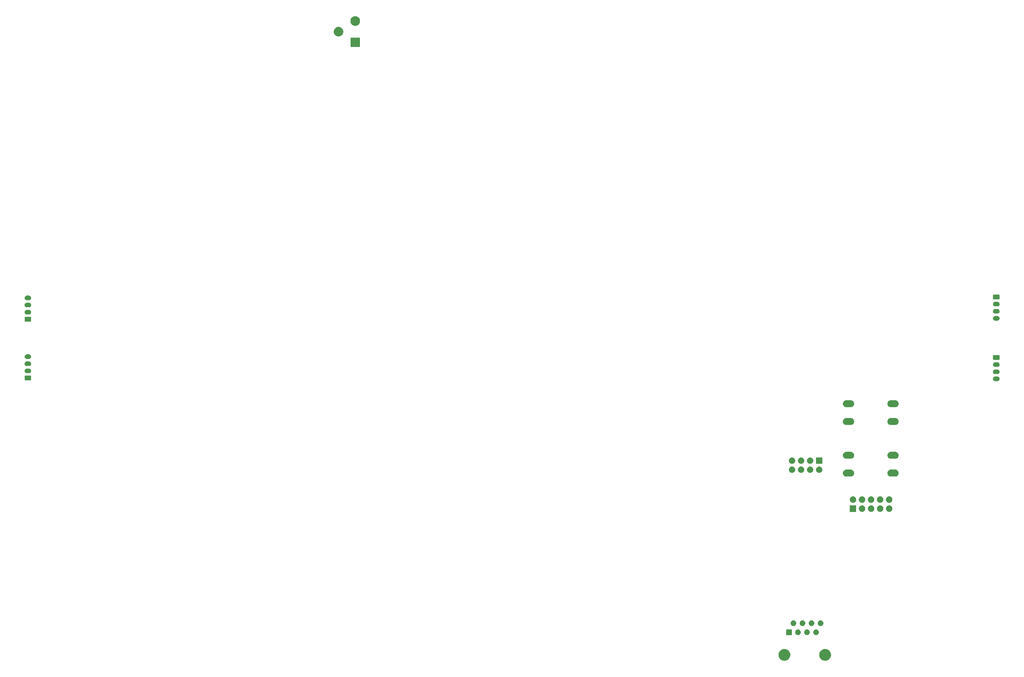
<source format=gbr>
G04 #@! TF.GenerationSoftware,KiCad,Pcbnew,(5.1.4)-1*
G04 #@! TF.CreationDate,2020-09-07T13:25:33+01:00*
G04 #@! TF.ProjectId,led-board,6c65642d-626f-4617-9264-2e6b69636164,rev?*
G04 #@! TF.SameCoordinates,Original*
G04 #@! TF.FileFunction,Soldermask,Bot*
G04 #@! TF.FilePolarity,Negative*
%FSLAX46Y46*%
G04 Gerber Fmt 4.6, Leading zero omitted, Abs format (unit mm)*
G04 Created by KiCad (PCBNEW (5.1.4)-1) date 2020-09-07 13:25:33*
%MOMM*%
%LPD*%
G04 APERTURE LIST*
%ADD10C,0.100000*%
G04 APERTURE END LIST*
D10*
G36*
X300535256Y-232491298D02*
G01*
X300641579Y-232512447D01*
X300942042Y-232636903D01*
X301212451Y-232817585D01*
X301442415Y-233047549D01*
X301623097Y-233317958D01*
X301747553Y-233618421D01*
X301811000Y-233937391D01*
X301811000Y-234262609D01*
X301747553Y-234581579D01*
X301623097Y-234882042D01*
X301442415Y-235152451D01*
X301212451Y-235382415D01*
X300942042Y-235563097D01*
X300641579Y-235687553D01*
X300535256Y-235708702D01*
X300322611Y-235751000D01*
X299997389Y-235751000D01*
X299784744Y-235708702D01*
X299678421Y-235687553D01*
X299377958Y-235563097D01*
X299107549Y-235382415D01*
X298877585Y-235152451D01*
X298696903Y-234882042D01*
X298572447Y-234581579D01*
X298509000Y-234262609D01*
X298509000Y-233937391D01*
X298572447Y-233618421D01*
X298696903Y-233317958D01*
X298877585Y-233047549D01*
X299107549Y-232817585D01*
X299377958Y-232636903D01*
X299678421Y-232512447D01*
X299784744Y-232491298D01*
X299997389Y-232449000D01*
X300322611Y-232449000D01*
X300535256Y-232491298D01*
X300535256Y-232491298D01*
G37*
G36*
X289105256Y-232491298D02*
G01*
X289211579Y-232512447D01*
X289512042Y-232636903D01*
X289782451Y-232817585D01*
X290012415Y-233047549D01*
X290193097Y-233317958D01*
X290317553Y-233618421D01*
X290381000Y-233937391D01*
X290381000Y-234262609D01*
X290317553Y-234581579D01*
X290193097Y-234882042D01*
X290012415Y-235152451D01*
X289782451Y-235382415D01*
X289512042Y-235563097D01*
X289211579Y-235687553D01*
X289105256Y-235708702D01*
X288892611Y-235751000D01*
X288567389Y-235751000D01*
X288354744Y-235708702D01*
X288248421Y-235687553D01*
X287947958Y-235563097D01*
X287677549Y-235382415D01*
X287447585Y-235152451D01*
X287266903Y-234882042D01*
X287142447Y-234581579D01*
X287079000Y-234262609D01*
X287079000Y-233937391D01*
X287142447Y-233618421D01*
X287266903Y-233317958D01*
X287447585Y-233047549D01*
X287677549Y-232817585D01*
X287947958Y-232636903D01*
X288248421Y-232512447D01*
X288354744Y-232491298D01*
X288567389Y-232449000D01*
X288892611Y-232449000D01*
X289105256Y-232491298D01*
X289105256Y-232491298D01*
G37*
G36*
X295313642Y-226979781D02*
G01*
X295459414Y-227040162D01*
X295459416Y-227040163D01*
X295590608Y-227127822D01*
X295702178Y-227239392D01*
X295789837Y-227370584D01*
X295789838Y-227370586D01*
X295850219Y-227516358D01*
X295881000Y-227671107D01*
X295881000Y-227828893D01*
X295850219Y-227983642D01*
X295789838Y-228129414D01*
X295789837Y-228129416D01*
X295702178Y-228260608D01*
X295590608Y-228372178D01*
X295459416Y-228459837D01*
X295459415Y-228459838D01*
X295459414Y-228459838D01*
X295313642Y-228520219D01*
X295158893Y-228551000D01*
X295001107Y-228551000D01*
X294846358Y-228520219D01*
X294700586Y-228459838D01*
X294700585Y-228459838D01*
X294700584Y-228459837D01*
X294569392Y-228372178D01*
X294457822Y-228260608D01*
X294370163Y-228129416D01*
X294370162Y-228129414D01*
X294309781Y-227983642D01*
X294279000Y-227828893D01*
X294279000Y-227671107D01*
X294309781Y-227516358D01*
X294370162Y-227370586D01*
X294370163Y-227370584D01*
X294457822Y-227239392D01*
X294569392Y-227127822D01*
X294700584Y-227040163D01*
X294700586Y-227040162D01*
X294846358Y-226979781D01*
X295001107Y-226949000D01*
X295158893Y-226949000D01*
X295313642Y-226979781D01*
X295313642Y-226979781D01*
G37*
G36*
X297853642Y-226979781D02*
G01*
X297999414Y-227040162D01*
X297999416Y-227040163D01*
X298130608Y-227127822D01*
X298242178Y-227239392D01*
X298329837Y-227370584D01*
X298329838Y-227370586D01*
X298390219Y-227516358D01*
X298421000Y-227671107D01*
X298421000Y-227828893D01*
X298390219Y-227983642D01*
X298329838Y-228129414D01*
X298329837Y-228129416D01*
X298242178Y-228260608D01*
X298130608Y-228372178D01*
X297999416Y-228459837D01*
X297999415Y-228459838D01*
X297999414Y-228459838D01*
X297853642Y-228520219D01*
X297698893Y-228551000D01*
X297541107Y-228551000D01*
X297386358Y-228520219D01*
X297240586Y-228459838D01*
X297240585Y-228459838D01*
X297240584Y-228459837D01*
X297109392Y-228372178D01*
X296997822Y-228260608D01*
X296910163Y-228129416D01*
X296910162Y-228129414D01*
X296849781Y-227983642D01*
X296819000Y-227828893D01*
X296819000Y-227671107D01*
X296849781Y-227516358D01*
X296910162Y-227370586D01*
X296910163Y-227370584D01*
X296997822Y-227239392D01*
X297109392Y-227127822D01*
X297240584Y-227040163D01*
X297240586Y-227040162D01*
X297386358Y-226979781D01*
X297541107Y-226949000D01*
X297698893Y-226949000D01*
X297853642Y-226979781D01*
X297853642Y-226979781D01*
G37*
G36*
X290801000Y-228551000D02*
G01*
X289199000Y-228551000D01*
X289199000Y-226949000D01*
X290801000Y-226949000D01*
X290801000Y-228551000D01*
X290801000Y-228551000D01*
G37*
G36*
X292773642Y-226979781D02*
G01*
X292919414Y-227040162D01*
X292919416Y-227040163D01*
X293050608Y-227127822D01*
X293162178Y-227239392D01*
X293249837Y-227370584D01*
X293249838Y-227370586D01*
X293310219Y-227516358D01*
X293341000Y-227671107D01*
X293341000Y-227828893D01*
X293310219Y-227983642D01*
X293249838Y-228129414D01*
X293249837Y-228129416D01*
X293162178Y-228260608D01*
X293050608Y-228372178D01*
X292919416Y-228459837D01*
X292919415Y-228459838D01*
X292919414Y-228459838D01*
X292773642Y-228520219D01*
X292618893Y-228551000D01*
X292461107Y-228551000D01*
X292306358Y-228520219D01*
X292160586Y-228459838D01*
X292160585Y-228459838D01*
X292160584Y-228459837D01*
X292029392Y-228372178D01*
X291917822Y-228260608D01*
X291830163Y-228129416D01*
X291830162Y-228129414D01*
X291769781Y-227983642D01*
X291739000Y-227828893D01*
X291739000Y-227671107D01*
X291769781Y-227516358D01*
X291830162Y-227370586D01*
X291830163Y-227370584D01*
X291917822Y-227239392D01*
X292029392Y-227127822D01*
X292160584Y-227040163D01*
X292160586Y-227040162D01*
X292306358Y-226979781D01*
X292461107Y-226949000D01*
X292618893Y-226949000D01*
X292773642Y-226979781D01*
X292773642Y-226979781D01*
G37*
G36*
X294043642Y-224439781D02*
G01*
X294189414Y-224500162D01*
X294189416Y-224500163D01*
X294320608Y-224587822D01*
X294432178Y-224699392D01*
X294519837Y-224830584D01*
X294519838Y-224830586D01*
X294580219Y-224976358D01*
X294611000Y-225131107D01*
X294611000Y-225288893D01*
X294580219Y-225443642D01*
X294519838Y-225589414D01*
X294519837Y-225589416D01*
X294432178Y-225720608D01*
X294320608Y-225832178D01*
X294189416Y-225919837D01*
X294189415Y-225919838D01*
X294189414Y-225919838D01*
X294043642Y-225980219D01*
X293888893Y-226011000D01*
X293731107Y-226011000D01*
X293576358Y-225980219D01*
X293430586Y-225919838D01*
X293430585Y-225919838D01*
X293430584Y-225919837D01*
X293299392Y-225832178D01*
X293187822Y-225720608D01*
X293100163Y-225589416D01*
X293100162Y-225589414D01*
X293039781Y-225443642D01*
X293009000Y-225288893D01*
X293009000Y-225131107D01*
X293039781Y-224976358D01*
X293100162Y-224830586D01*
X293100163Y-224830584D01*
X293187822Y-224699392D01*
X293299392Y-224587822D01*
X293430584Y-224500163D01*
X293430586Y-224500162D01*
X293576358Y-224439781D01*
X293731107Y-224409000D01*
X293888893Y-224409000D01*
X294043642Y-224439781D01*
X294043642Y-224439781D01*
G37*
G36*
X299123642Y-224439781D02*
G01*
X299269414Y-224500162D01*
X299269416Y-224500163D01*
X299400608Y-224587822D01*
X299512178Y-224699392D01*
X299599837Y-224830584D01*
X299599838Y-224830586D01*
X299660219Y-224976358D01*
X299691000Y-225131107D01*
X299691000Y-225288893D01*
X299660219Y-225443642D01*
X299599838Y-225589414D01*
X299599837Y-225589416D01*
X299512178Y-225720608D01*
X299400608Y-225832178D01*
X299269416Y-225919837D01*
X299269415Y-225919838D01*
X299269414Y-225919838D01*
X299123642Y-225980219D01*
X298968893Y-226011000D01*
X298811107Y-226011000D01*
X298656358Y-225980219D01*
X298510586Y-225919838D01*
X298510585Y-225919838D01*
X298510584Y-225919837D01*
X298379392Y-225832178D01*
X298267822Y-225720608D01*
X298180163Y-225589416D01*
X298180162Y-225589414D01*
X298119781Y-225443642D01*
X298089000Y-225288893D01*
X298089000Y-225131107D01*
X298119781Y-224976358D01*
X298180162Y-224830586D01*
X298180163Y-224830584D01*
X298267822Y-224699392D01*
X298379392Y-224587822D01*
X298510584Y-224500163D01*
X298510586Y-224500162D01*
X298656358Y-224439781D01*
X298811107Y-224409000D01*
X298968893Y-224409000D01*
X299123642Y-224439781D01*
X299123642Y-224439781D01*
G37*
G36*
X296583642Y-224439781D02*
G01*
X296729414Y-224500162D01*
X296729416Y-224500163D01*
X296860608Y-224587822D01*
X296972178Y-224699392D01*
X297059837Y-224830584D01*
X297059838Y-224830586D01*
X297120219Y-224976358D01*
X297151000Y-225131107D01*
X297151000Y-225288893D01*
X297120219Y-225443642D01*
X297059838Y-225589414D01*
X297059837Y-225589416D01*
X296972178Y-225720608D01*
X296860608Y-225832178D01*
X296729416Y-225919837D01*
X296729415Y-225919838D01*
X296729414Y-225919838D01*
X296583642Y-225980219D01*
X296428893Y-226011000D01*
X296271107Y-226011000D01*
X296116358Y-225980219D01*
X295970586Y-225919838D01*
X295970585Y-225919838D01*
X295970584Y-225919837D01*
X295839392Y-225832178D01*
X295727822Y-225720608D01*
X295640163Y-225589416D01*
X295640162Y-225589414D01*
X295579781Y-225443642D01*
X295549000Y-225288893D01*
X295549000Y-225131107D01*
X295579781Y-224976358D01*
X295640162Y-224830586D01*
X295640163Y-224830584D01*
X295727822Y-224699392D01*
X295839392Y-224587822D01*
X295970584Y-224500163D01*
X295970586Y-224500162D01*
X296116358Y-224439781D01*
X296271107Y-224409000D01*
X296428893Y-224409000D01*
X296583642Y-224439781D01*
X296583642Y-224439781D01*
G37*
G36*
X291503642Y-224439781D02*
G01*
X291649414Y-224500162D01*
X291649416Y-224500163D01*
X291780608Y-224587822D01*
X291892178Y-224699392D01*
X291979837Y-224830584D01*
X291979838Y-224830586D01*
X292040219Y-224976358D01*
X292071000Y-225131107D01*
X292071000Y-225288893D01*
X292040219Y-225443642D01*
X291979838Y-225589414D01*
X291979837Y-225589416D01*
X291892178Y-225720608D01*
X291780608Y-225832178D01*
X291649416Y-225919837D01*
X291649415Y-225919838D01*
X291649414Y-225919838D01*
X291503642Y-225980219D01*
X291348893Y-226011000D01*
X291191107Y-226011000D01*
X291036358Y-225980219D01*
X290890586Y-225919838D01*
X290890585Y-225919838D01*
X290890584Y-225919837D01*
X290759392Y-225832178D01*
X290647822Y-225720608D01*
X290560163Y-225589416D01*
X290560162Y-225589414D01*
X290499781Y-225443642D01*
X290469000Y-225288893D01*
X290469000Y-225131107D01*
X290499781Y-224976358D01*
X290560162Y-224830586D01*
X290560163Y-224830584D01*
X290647822Y-224699392D01*
X290759392Y-224587822D01*
X290890584Y-224500163D01*
X290890586Y-224500162D01*
X291036358Y-224439781D01*
X291191107Y-224409000D01*
X291348893Y-224409000D01*
X291503642Y-224439781D01*
X291503642Y-224439781D01*
G37*
G36*
X313190443Y-192105519D02*
G01*
X313256627Y-192112037D01*
X313426466Y-192163557D01*
X313582991Y-192247222D01*
X313618729Y-192276552D01*
X313720186Y-192359814D01*
X313803448Y-192461271D01*
X313832778Y-192497009D01*
X313916443Y-192653534D01*
X313967963Y-192823373D01*
X313985359Y-193000000D01*
X313967963Y-193176627D01*
X313916443Y-193346466D01*
X313832778Y-193502991D01*
X313803448Y-193538729D01*
X313720186Y-193640186D01*
X313618729Y-193723448D01*
X313582991Y-193752778D01*
X313426466Y-193836443D01*
X313256627Y-193887963D01*
X313190443Y-193894481D01*
X313124260Y-193901000D01*
X313035740Y-193901000D01*
X312969557Y-193894481D01*
X312903373Y-193887963D01*
X312733534Y-193836443D01*
X312577009Y-193752778D01*
X312541271Y-193723448D01*
X312439814Y-193640186D01*
X312356552Y-193538729D01*
X312327222Y-193502991D01*
X312243557Y-193346466D01*
X312192037Y-193176627D01*
X312174641Y-193000000D01*
X312192037Y-192823373D01*
X312243557Y-192653534D01*
X312327222Y-192497009D01*
X312356552Y-192461271D01*
X312439814Y-192359814D01*
X312541271Y-192276552D01*
X312577009Y-192247222D01*
X312733534Y-192163557D01*
X312903373Y-192112037D01*
X312969557Y-192105519D01*
X313035740Y-192099000D01*
X313124260Y-192099000D01*
X313190443Y-192105519D01*
X313190443Y-192105519D01*
G37*
G36*
X315730443Y-192105519D02*
G01*
X315796627Y-192112037D01*
X315966466Y-192163557D01*
X316122991Y-192247222D01*
X316158729Y-192276552D01*
X316260186Y-192359814D01*
X316343448Y-192461271D01*
X316372778Y-192497009D01*
X316456443Y-192653534D01*
X316507963Y-192823373D01*
X316525359Y-193000000D01*
X316507963Y-193176627D01*
X316456443Y-193346466D01*
X316372778Y-193502991D01*
X316343448Y-193538729D01*
X316260186Y-193640186D01*
X316158729Y-193723448D01*
X316122991Y-193752778D01*
X315966466Y-193836443D01*
X315796627Y-193887963D01*
X315730443Y-193894481D01*
X315664260Y-193901000D01*
X315575740Y-193901000D01*
X315509557Y-193894481D01*
X315443373Y-193887963D01*
X315273534Y-193836443D01*
X315117009Y-193752778D01*
X315081271Y-193723448D01*
X314979814Y-193640186D01*
X314896552Y-193538729D01*
X314867222Y-193502991D01*
X314783557Y-193346466D01*
X314732037Y-193176627D01*
X314714641Y-193000000D01*
X314732037Y-192823373D01*
X314783557Y-192653534D01*
X314867222Y-192497009D01*
X314896552Y-192461271D01*
X314979814Y-192359814D01*
X315081271Y-192276552D01*
X315117009Y-192247222D01*
X315273534Y-192163557D01*
X315443373Y-192112037D01*
X315509557Y-192105519D01*
X315575740Y-192099000D01*
X315664260Y-192099000D01*
X315730443Y-192105519D01*
X315730443Y-192105519D01*
G37*
G36*
X310650443Y-192105519D02*
G01*
X310716627Y-192112037D01*
X310886466Y-192163557D01*
X311042991Y-192247222D01*
X311078729Y-192276552D01*
X311180186Y-192359814D01*
X311263448Y-192461271D01*
X311292778Y-192497009D01*
X311376443Y-192653534D01*
X311427963Y-192823373D01*
X311445359Y-193000000D01*
X311427963Y-193176627D01*
X311376443Y-193346466D01*
X311292778Y-193502991D01*
X311263448Y-193538729D01*
X311180186Y-193640186D01*
X311078729Y-193723448D01*
X311042991Y-193752778D01*
X310886466Y-193836443D01*
X310716627Y-193887963D01*
X310650443Y-193894481D01*
X310584260Y-193901000D01*
X310495740Y-193901000D01*
X310429557Y-193894481D01*
X310363373Y-193887963D01*
X310193534Y-193836443D01*
X310037009Y-193752778D01*
X310001271Y-193723448D01*
X309899814Y-193640186D01*
X309816552Y-193538729D01*
X309787222Y-193502991D01*
X309703557Y-193346466D01*
X309652037Y-193176627D01*
X309634641Y-193000000D01*
X309652037Y-192823373D01*
X309703557Y-192653534D01*
X309787222Y-192497009D01*
X309816552Y-192461271D01*
X309899814Y-192359814D01*
X310001271Y-192276552D01*
X310037009Y-192247222D01*
X310193534Y-192163557D01*
X310363373Y-192112037D01*
X310429557Y-192105519D01*
X310495740Y-192099000D01*
X310584260Y-192099000D01*
X310650443Y-192105519D01*
X310650443Y-192105519D01*
G37*
G36*
X308901000Y-193901000D02*
G01*
X307099000Y-193901000D01*
X307099000Y-192099000D01*
X308901000Y-192099000D01*
X308901000Y-193901000D01*
X308901000Y-193901000D01*
G37*
G36*
X318270443Y-192105519D02*
G01*
X318336627Y-192112037D01*
X318506466Y-192163557D01*
X318662991Y-192247222D01*
X318698729Y-192276552D01*
X318800186Y-192359814D01*
X318883448Y-192461271D01*
X318912778Y-192497009D01*
X318996443Y-192653534D01*
X319047963Y-192823373D01*
X319065359Y-193000000D01*
X319047963Y-193176627D01*
X318996443Y-193346466D01*
X318912778Y-193502991D01*
X318883448Y-193538729D01*
X318800186Y-193640186D01*
X318698729Y-193723448D01*
X318662991Y-193752778D01*
X318506466Y-193836443D01*
X318336627Y-193887963D01*
X318270443Y-193894481D01*
X318204260Y-193901000D01*
X318115740Y-193901000D01*
X318049557Y-193894481D01*
X317983373Y-193887963D01*
X317813534Y-193836443D01*
X317657009Y-193752778D01*
X317621271Y-193723448D01*
X317519814Y-193640186D01*
X317436552Y-193538729D01*
X317407222Y-193502991D01*
X317323557Y-193346466D01*
X317272037Y-193176627D01*
X317254641Y-193000000D01*
X317272037Y-192823373D01*
X317323557Y-192653534D01*
X317407222Y-192497009D01*
X317436552Y-192461271D01*
X317519814Y-192359814D01*
X317621271Y-192276552D01*
X317657009Y-192247222D01*
X317813534Y-192163557D01*
X317983373Y-192112037D01*
X318049557Y-192105519D01*
X318115740Y-192099000D01*
X318204260Y-192099000D01*
X318270443Y-192105519D01*
X318270443Y-192105519D01*
G37*
G36*
X318270443Y-189565519D02*
G01*
X318336627Y-189572037D01*
X318506466Y-189623557D01*
X318662991Y-189707222D01*
X318698729Y-189736552D01*
X318800186Y-189819814D01*
X318883448Y-189921271D01*
X318912778Y-189957009D01*
X318996443Y-190113534D01*
X319047963Y-190283373D01*
X319065359Y-190460000D01*
X319047963Y-190636627D01*
X318996443Y-190806466D01*
X318912778Y-190962991D01*
X318883448Y-190998729D01*
X318800186Y-191100186D01*
X318698729Y-191183448D01*
X318662991Y-191212778D01*
X318506466Y-191296443D01*
X318336627Y-191347963D01*
X318270443Y-191354481D01*
X318204260Y-191361000D01*
X318115740Y-191361000D01*
X318049557Y-191354481D01*
X317983373Y-191347963D01*
X317813534Y-191296443D01*
X317657009Y-191212778D01*
X317621271Y-191183448D01*
X317519814Y-191100186D01*
X317436552Y-190998729D01*
X317407222Y-190962991D01*
X317323557Y-190806466D01*
X317272037Y-190636627D01*
X317254641Y-190460000D01*
X317272037Y-190283373D01*
X317323557Y-190113534D01*
X317407222Y-189957009D01*
X317436552Y-189921271D01*
X317519814Y-189819814D01*
X317621271Y-189736552D01*
X317657009Y-189707222D01*
X317813534Y-189623557D01*
X317983373Y-189572037D01*
X318049558Y-189565518D01*
X318115740Y-189559000D01*
X318204260Y-189559000D01*
X318270443Y-189565519D01*
X318270443Y-189565519D01*
G37*
G36*
X315730443Y-189565519D02*
G01*
X315796627Y-189572037D01*
X315966466Y-189623557D01*
X316122991Y-189707222D01*
X316158729Y-189736552D01*
X316260186Y-189819814D01*
X316343448Y-189921271D01*
X316372778Y-189957009D01*
X316456443Y-190113534D01*
X316507963Y-190283373D01*
X316525359Y-190460000D01*
X316507963Y-190636627D01*
X316456443Y-190806466D01*
X316372778Y-190962991D01*
X316343448Y-190998729D01*
X316260186Y-191100186D01*
X316158729Y-191183448D01*
X316122991Y-191212778D01*
X315966466Y-191296443D01*
X315796627Y-191347963D01*
X315730443Y-191354481D01*
X315664260Y-191361000D01*
X315575740Y-191361000D01*
X315509557Y-191354481D01*
X315443373Y-191347963D01*
X315273534Y-191296443D01*
X315117009Y-191212778D01*
X315081271Y-191183448D01*
X314979814Y-191100186D01*
X314896552Y-190998729D01*
X314867222Y-190962991D01*
X314783557Y-190806466D01*
X314732037Y-190636627D01*
X314714641Y-190460000D01*
X314732037Y-190283373D01*
X314783557Y-190113534D01*
X314867222Y-189957009D01*
X314896552Y-189921271D01*
X314979814Y-189819814D01*
X315081271Y-189736552D01*
X315117009Y-189707222D01*
X315273534Y-189623557D01*
X315443373Y-189572037D01*
X315509558Y-189565518D01*
X315575740Y-189559000D01*
X315664260Y-189559000D01*
X315730443Y-189565519D01*
X315730443Y-189565519D01*
G37*
G36*
X313190443Y-189565519D02*
G01*
X313256627Y-189572037D01*
X313426466Y-189623557D01*
X313582991Y-189707222D01*
X313618729Y-189736552D01*
X313720186Y-189819814D01*
X313803448Y-189921271D01*
X313832778Y-189957009D01*
X313916443Y-190113534D01*
X313967963Y-190283373D01*
X313985359Y-190460000D01*
X313967963Y-190636627D01*
X313916443Y-190806466D01*
X313832778Y-190962991D01*
X313803448Y-190998729D01*
X313720186Y-191100186D01*
X313618729Y-191183448D01*
X313582991Y-191212778D01*
X313426466Y-191296443D01*
X313256627Y-191347963D01*
X313190443Y-191354481D01*
X313124260Y-191361000D01*
X313035740Y-191361000D01*
X312969557Y-191354481D01*
X312903373Y-191347963D01*
X312733534Y-191296443D01*
X312577009Y-191212778D01*
X312541271Y-191183448D01*
X312439814Y-191100186D01*
X312356552Y-190998729D01*
X312327222Y-190962991D01*
X312243557Y-190806466D01*
X312192037Y-190636627D01*
X312174641Y-190460000D01*
X312192037Y-190283373D01*
X312243557Y-190113534D01*
X312327222Y-189957009D01*
X312356552Y-189921271D01*
X312439814Y-189819814D01*
X312541271Y-189736552D01*
X312577009Y-189707222D01*
X312733534Y-189623557D01*
X312903373Y-189572037D01*
X312969558Y-189565518D01*
X313035740Y-189559000D01*
X313124260Y-189559000D01*
X313190443Y-189565519D01*
X313190443Y-189565519D01*
G37*
G36*
X310650443Y-189565519D02*
G01*
X310716627Y-189572037D01*
X310886466Y-189623557D01*
X311042991Y-189707222D01*
X311078729Y-189736552D01*
X311180186Y-189819814D01*
X311263448Y-189921271D01*
X311292778Y-189957009D01*
X311376443Y-190113534D01*
X311427963Y-190283373D01*
X311445359Y-190460000D01*
X311427963Y-190636627D01*
X311376443Y-190806466D01*
X311292778Y-190962991D01*
X311263448Y-190998729D01*
X311180186Y-191100186D01*
X311078729Y-191183448D01*
X311042991Y-191212778D01*
X310886466Y-191296443D01*
X310716627Y-191347963D01*
X310650443Y-191354481D01*
X310584260Y-191361000D01*
X310495740Y-191361000D01*
X310429557Y-191354481D01*
X310363373Y-191347963D01*
X310193534Y-191296443D01*
X310037009Y-191212778D01*
X310001271Y-191183448D01*
X309899814Y-191100186D01*
X309816552Y-190998729D01*
X309787222Y-190962991D01*
X309703557Y-190806466D01*
X309652037Y-190636627D01*
X309634641Y-190460000D01*
X309652037Y-190283373D01*
X309703557Y-190113534D01*
X309787222Y-189957009D01*
X309816552Y-189921271D01*
X309899814Y-189819814D01*
X310001271Y-189736552D01*
X310037009Y-189707222D01*
X310193534Y-189623557D01*
X310363373Y-189572037D01*
X310429558Y-189565518D01*
X310495740Y-189559000D01*
X310584260Y-189559000D01*
X310650443Y-189565519D01*
X310650443Y-189565519D01*
G37*
G36*
X308110443Y-189565519D02*
G01*
X308176627Y-189572037D01*
X308346466Y-189623557D01*
X308502991Y-189707222D01*
X308538729Y-189736552D01*
X308640186Y-189819814D01*
X308723448Y-189921271D01*
X308752778Y-189957009D01*
X308836443Y-190113534D01*
X308887963Y-190283373D01*
X308905359Y-190460000D01*
X308887963Y-190636627D01*
X308836443Y-190806466D01*
X308752778Y-190962991D01*
X308723448Y-190998729D01*
X308640186Y-191100186D01*
X308538729Y-191183448D01*
X308502991Y-191212778D01*
X308346466Y-191296443D01*
X308176627Y-191347963D01*
X308110443Y-191354481D01*
X308044260Y-191361000D01*
X307955740Y-191361000D01*
X307889557Y-191354481D01*
X307823373Y-191347963D01*
X307653534Y-191296443D01*
X307497009Y-191212778D01*
X307461271Y-191183448D01*
X307359814Y-191100186D01*
X307276552Y-190998729D01*
X307247222Y-190962991D01*
X307163557Y-190806466D01*
X307112037Y-190636627D01*
X307094641Y-190460000D01*
X307112037Y-190283373D01*
X307163557Y-190113534D01*
X307247222Y-189957009D01*
X307276552Y-189921271D01*
X307359814Y-189819814D01*
X307461271Y-189736552D01*
X307497009Y-189707222D01*
X307653534Y-189623557D01*
X307823373Y-189572037D01*
X307889558Y-189565518D01*
X307955740Y-189559000D01*
X308044260Y-189559000D01*
X308110443Y-189565519D01*
X308110443Y-189565519D01*
G37*
G36*
X307444739Y-182028707D02*
G01*
X307540329Y-182038122D01*
X307724306Y-182093931D01*
X307724309Y-182093932D01*
X307814225Y-182141994D01*
X307893860Y-182184559D01*
X307932932Y-182216625D01*
X308042476Y-182306524D01*
X308108083Y-182386468D01*
X308164441Y-182455140D01*
X308207006Y-182534775D01*
X308255068Y-182624691D01*
X308255069Y-182624694D01*
X308310878Y-182808671D01*
X308329722Y-183000000D01*
X308310878Y-183191329D01*
X308255069Y-183375306D01*
X308255068Y-183375309D01*
X308207006Y-183465225D01*
X308164441Y-183544860D01*
X308126546Y-183591035D01*
X308042476Y-183693476D01*
X307940035Y-183777546D01*
X307893860Y-183815441D01*
X307814225Y-183858006D01*
X307724309Y-183906068D01*
X307724306Y-183906069D01*
X307540329Y-183961878D01*
X307444739Y-183971293D01*
X307396945Y-183976000D01*
X306103055Y-183976000D01*
X306055261Y-183971293D01*
X305959671Y-183961878D01*
X305775694Y-183906069D01*
X305775691Y-183906068D01*
X305685775Y-183858006D01*
X305606140Y-183815441D01*
X305559965Y-183777546D01*
X305457524Y-183693476D01*
X305373454Y-183591035D01*
X305335559Y-183544860D01*
X305292994Y-183465225D01*
X305244932Y-183375309D01*
X305244931Y-183375306D01*
X305189122Y-183191329D01*
X305170278Y-183000000D01*
X305189122Y-182808671D01*
X305244931Y-182624694D01*
X305244932Y-182624691D01*
X305292994Y-182534775D01*
X305335559Y-182455140D01*
X305391917Y-182386468D01*
X305457524Y-182306524D01*
X305567068Y-182216625D01*
X305606140Y-182184559D01*
X305685775Y-182141994D01*
X305775691Y-182093932D01*
X305775694Y-182093931D01*
X305959671Y-182038122D01*
X306055261Y-182028707D01*
X306103055Y-182024000D01*
X307396945Y-182024000D01*
X307444739Y-182028707D01*
X307444739Y-182028707D01*
G37*
G36*
X319944739Y-182028707D02*
G01*
X320040329Y-182038122D01*
X320224306Y-182093931D01*
X320224309Y-182093932D01*
X320314225Y-182141994D01*
X320393860Y-182184559D01*
X320432932Y-182216625D01*
X320542476Y-182306524D01*
X320608083Y-182386468D01*
X320664441Y-182455140D01*
X320707006Y-182534775D01*
X320755068Y-182624691D01*
X320755069Y-182624694D01*
X320810878Y-182808671D01*
X320829722Y-183000000D01*
X320810878Y-183191329D01*
X320755069Y-183375306D01*
X320755068Y-183375309D01*
X320707006Y-183465225D01*
X320664441Y-183544860D01*
X320626546Y-183591035D01*
X320542476Y-183693476D01*
X320440035Y-183777546D01*
X320393860Y-183815441D01*
X320314225Y-183858006D01*
X320224309Y-183906068D01*
X320224306Y-183906069D01*
X320040329Y-183961878D01*
X319944739Y-183971293D01*
X319896945Y-183976000D01*
X318603055Y-183976000D01*
X318555261Y-183971293D01*
X318459671Y-183961878D01*
X318275694Y-183906069D01*
X318275691Y-183906068D01*
X318185775Y-183858006D01*
X318106140Y-183815441D01*
X318059965Y-183777546D01*
X317957524Y-183693476D01*
X317873454Y-183591035D01*
X317835559Y-183544860D01*
X317792994Y-183465225D01*
X317744932Y-183375309D01*
X317744931Y-183375306D01*
X317689122Y-183191329D01*
X317670278Y-183000000D01*
X317689122Y-182808671D01*
X317744931Y-182624694D01*
X317744932Y-182624691D01*
X317792994Y-182534775D01*
X317835559Y-182455140D01*
X317891917Y-182386468D01*
X317957524Y-182306524D01*
X318067068Y-182216625D01*
X318106140Y-182184559D01*
X318185775Y-182141994D01*
X318275691Y-182093932D01*
X318275694Y-182093931D01*
X318459671Y-182038122D01*
X318555261Y-182028707D01*
X318603055Y-182024000D01*
X319896945Y-182024000D01*
X319944739Y-182028707D01*
X319944739Y-182028707D01*
G37*
G36*
X293530442Y-181145518D02*
G01*
X293596627Y-181152037D01*
X293766466Y-181203557D01*
X293922991Y-181287222D01*
X293958729Y-181316552D01*
X294060186Y-181399814D01*
X294143448Y-181501271D01*
X294172778Y-181537009D01*
X294256443Y-181693534D01*
X294307963Y-181863373D01*
X294325359Y-182040000D01*
X294307963Y-182216627D01*
X294256443Y-182386466D01*
X294172778Y-182542991D01*
X294143448Y-182578729D01*
X294060186Y-182680186D01*
X293958729Y-182763448D01*
X293922991Y-182792778D01*
X293766466Y-182876443D01*
X293596627Y-182927963D01*
X293530443Y-182934481D01*
X293464260Y-182941000D01*
X293375740Y-182941000D01*
X293309558Y-182934482D01*
X293243373Y-182927963D01*
X293073534Y-182876443D01*
X292917009Y-182792778D01*
X292881271Y-182763448D01*
X292779814Y-182680186D01*
X292696552Y-182578729D01*
X292667222Y-182542991D01*
X292583557Y-182386466D01*
X292532037Y-182216627D01*
X292514641Y-182040000D01*
X292532037Y-181863373D01*
X292583557Y-181693534D01*
X292667222Y-181537009D01*
X292696552Y-181501271D01*
X292779814Y-181399814D01*
X292881271Y-181316552D01*
X292917009Y-181287222D01*
X293073534Y-181203557D01*
X293243373Y-181152037D01*
X293309558Y-181145518D01*
X293375740Y-181139000D01*
X293464260Y-181139000D01*
X293530442Y-181145518D01*
X293530442Y-181145518D01*
G37*
G36*
X298610442Y-181145518D02*
G01*
X298676627Y-181152037D01*
X298846466Y-181203557D01*
X299002991Y-181287222D01*
X299038729Y-181316552D01*
X299140186Y-181399814D01*
X299223448Y-181501271D01*
X299252778Y-181537009D01*
X299336443Y-181693534D01*
X299387963Y-181863373D01*
X299405359Y-182040000D01*
X299387963Y-182216627D01*
X299336443Y-182386466D01*
X299252778Y-182542991D01*
X299223448Y-182578729D01*
X299140186Y-182680186D01*
X299038729Y-182763448D01*
X299002991Y-182792778D01*
X298846466Y-182876443D01*
X298676627Y-182927963D01*
X298610443Y-182934481D01*
X298544260Y-182941000D01*
X298455740Y-182941000D01*
X298389558Y-182934482D01*
X298323373Y-182927963D01*
X298153534Y-182876443D01*
X297997009Y-182792778D01*
X297961271Y-182763448D01*
X297859814Y-182680186D01*
X297776552Y-182578729D01*
X297747222Y-182542991D01*
X297663557Y-182386466D01*
X297612037Y-182216627D01*
X297594641Y-182040000D01*
X297612037Y-181863373D01*
X297663557Y-181693534D01*
X297747222Y-181537009D01*
X297776552Y-181501271D01*
X297859814Y-181399814D01*
X297961271Y-181316552D01*
X297997009Y-181287222D01*
X298153534Y-181203557D01*
X298323373Y-181152037D01*
X298389558Y-181145518D01*
X298455740Y-181139000D01*
X298544260Y-181139000D01*
X298610442Y-181145518D01*
X298610442Y-181145518D01*
G37*
G36*
X296070442Y-181145518D02*
G01*
X296136627Y-181152037D01*
X296306466Y-181203557D01*
X296462991Y-181287222D01*
X296498729Y-181316552D01*
X296600186Y-181399814D01*
X296683448Y-181501271D01*
X296712778Y-181537009D01*
X296796443Y-181693534D01*
X296847963Y-181863373D01*
X296865359Y-182040000D01*
X296847963Y-182216627D01*
X296796443Y-182386466D01*
X296712778Y-182542991D01*
X296683448Y-182578729D01*
X296600186Y-182680186D01*
X296498729Y-182763448D01*
X296462991Y-182792778D01*
X296306466Y-182876443D01*
X296136627Y-182927963D01*
X296070443Y-182934481D01*
X296004260Y-182941000D01*
X295915740Y-182941000D01*
X295849558Y-182934482D01*
X295783373Y-182927963D01*
X295613534Y-182876443D01*
X295457009Y-182792778D01*
X295421271Y-182763448D01*
X295319814Y-182680186D01*
X295236552Y-182578729D01*
X295207222Y-182542991D01*
X295123557Y-182386466D01*
X295072037Y-182216627D01*
X295054641Y-182040000D01*
X295072037Y-181863373D01*
X295123557Y-181693534D01*
X295207222Y-181537009D01*
X295236552Y-181501271D01*
X295319814Y-181399814D01*
X295421271Y-181316552D01*
X295457009Y-181287222D01*
X295613534Y-181203557D01*
X295783373Y-181152037D01*
X295849558Y-181145518D01*
X295915740Y-181139000D01*
X296004260Y-181139000D01*
X296070442Y-181145518D01*
X296070442Y-181145518D01*
G37*
G36*
X290990442Y-181145518D02*
G01*
X291056627Y-181152037D01*
X291226466Y-181203557D01*
X291382991Y-181287222D01*
X291418729Y-181316552D01*
X291520186Y-181399814D01*
X291603448Y-181501271D01*
X291632778Y-181537009D01*
X291716443Y-181693534D01*
X291767963Y-181863373D01*
X291785359Y-182040000D01*
X291767963Y-182216627D01*
X291716443Y-182386466D01*
X291632778Y-182542991D01*
X291603448Y-182578729D01*
X291520186Y-182680186D01*
X291418729Y-182763448D01*
X291382991Y-182792778D01*
X291226466Y-182876443D01*
X291056627Y-182927963D01*
X290990443Y-182934481D01*
X290924260Y-182941000D01*
X290835740Y-182941000D01*
X290769558Y-182934482D01*
X290703373Y-182927963D01*
X290533534Y-182876443D01*
X290377009Y-182792778D01*
X290341271Y-182763448D01*
X290239814Y-182680186D01*
X290156552Y-182578729D01*
X290127222Y-182542991D01*
X290043557Y-182386466D01*
X289992037Y-182216627D01*
X289974641Y-182040000D01*
X289992037Y-181863373D01*
X290043557Y-181693534D01*
X290127222Y-181537009D01*
X290156552Y-181501271D01*
X290239814Y-181399814D01*
X290341271Y-181316552D01*
X290377009Y-181287222D01*
X290533534Y-181203557D01*
X290703373Y-181152037D01*
X290769558Y-181145518D01*
X290835740Y-181139000D01*
X290924260Y-181139000D01*
X290990442Y-181145518D01*
X290990442Y-181145518D01*
G37*
G36*
X290990443Y-178605519D02*
G01*
X291056627Y-178612037D01*
X291226466Y-178663557D01*
X291382991Y-178747222D01*
X291418729Y-178776552D01*
X291520186Y-178859814D01*
X291603448Y-178961271D01*
X291632778Y-178997009D01*
X291716443Y-179153534D01*
X291767963Y-179323373D01*
X291785359Y-179500000D01*
X291767963Y-179676627D01*
X291716443Y-179846466D01*
X291632778Y-180002991D01*
X291603448Y-180038729D01*
X291520186Y-180140186D01*
X291418729Y-180223448D01*
X291382991Y-180252778D01*
X291226466Y-180336443D01*
X291056627Y-180387963D01*
X290990443Y-180394481D01*
X290924260Y-180401000D01*
X290835740Y-180401000D01*
X290769557Y-180394481D01*
X290703373Y-180387963D01*
X290533534Y-180336443D01*
X290377009Y-180252778D01*
X290341271Y-180223448D01*
X290239814Y-180140186D01*
X290156552Y-180038729D01*
X290127222Y-180002991D01*
X290043557Y-179846466D01*
X289992037Y-179676627D01*
X289974641Y-179500000D01*
X289992037Y-179323373D01*
X290043557Y-179153534D01*
X290127222Y-178997009D01*
X290156552Y-178961271D01*
X290239814Y-178859814D01*
X290341271Y-178776552D01*
X290377009Y-178747222D01*
X290533534Y-178663557D01*
X290703373Y-178612037D01*
X290769557Y-178605519D01*
X290835740Y-178599000D01*
X290924260Y-178599000D01*
X290990443Y-178605519D01*
X290990443Y-178605519D01*
G37*
G36*
X296070443Y-178605519D02*
G01*
X296136627Y-178612037D01*
X296306466Y-178663557D01*
X296462991Y-178747222D01*
X296498729Y-178776552D01*
X296600186Y-178859814D01*
X296683448Y-178961271D01*
X296712778Y-178997009D01*
X296796443Y-179153534D01*
X296847963Y-179323373D01*
X296865359Y-179500000D01*
X296847963Y-179676627D01*
X296796443Y-179846466D01*
X296712778Y-180002991D01*
X296683448Y-180038729D01*
X296600186Y-180140186D01*
X296498729Y-180223448D01*
X296462991Y-180252778D01*
X296306466Y-180336443D01*
X296136627Y-180387963D01*
X296070443Y-180394481D01*
X296004260Y-180401000D01*
X295915740Y-180401000D01*
X295849557Y-180394481D01*
X295783373Y-180387963D01*
X295613534Y-180336443D01*
X295457009Y-180252778D01*
X295421271Y-180223448D01*
X295319814Y-180140186D01*
X295236552Y-180038729D01*
X295207222Y-180002991D01*
X295123557Y-179846466D01*
X295072037Y-179676627D01*
X295054641Y-179500000D01*
X295072037Y-179323373D01*
X295123557Y-179153534D01*
X295207222Y-178997009D01*
X295236552Y-178961271D01*
X295319814Y-178859814D01*
X295421271Y-178776552D01*
X295457009Y-178747222D01*
X295613534Y-178663557D01*
X295783373Y-178612037D01*
X295849557Y-178605519D01*
X295915740Y-178599000D01*
X296004260Y-178599000D01*
X296070443Y-178605519D01*
X296070443Y-178605519D01*
G37*
G36*
X299401000Y-180401000D02*
G01*
X297599000Y-180401000D01*
X297599000Y-178599000D01*
X299401000Y-178599000D01*
X299401000Y-180401000D01*
X299401000Y-180401000D01*
G37*
G36*
X293530443Y-178605519D02*
G01*
X293596627Y-178612037D01*
X293766466Y-178663557D01*
X293922991Y-178747222D01*
X293958729Y-178776552D01*
X294060186Y-178859814D01*
X294143448Y-178961271D01*
X294172778Y-178997009D01*
X294256443Y-179153534D01*
X294307963Y-179323373D01*
X294325359Y-179500000D01*
X294307963Y-179676627D01*
X294256443Y-179846466D01*
X294172778Y-180002991D01*
X294143448Y-180038729D01*
X294060186Y-180140186D01*
X293958729Y-180223448D01*
X293922991Y-180252778D01*
X293766466Y-180336443D01*
X293596627Y-180387963D01*
X293530443Y-180394481D01*
X293464260Y-180401000D01*
X293375740Y-180401000D01*
X293309557Y-180394481D01*
X293243373Y-180387963D01*
X293073534Y-180336443D01*
X292917009Y-180252778D01*
X292881271Y-180223448D01*
X292779814Y-180140186D01*
X292696552Y-180038729D01*
X292667222Y-180002991D01*
X292583557Y-179846466D01*
X292532037Y-179676627D01*
X292514641Y-179500000D01*
X292532037Y-179323373D01*
X292583557Y-179153534D01*
X292667222Y-178997009D01*
X292696552Y-178961271D01*
X292779814Y-178859814D01*
X292881271Y-178776552D01*
X292917009Y-178747222D01*
X293073534Y-178663557D01*
X293243373Y-178612037D01*
X293309557Y-178605519D01*
X293375740Y-178599000D01*
X293464260Y-178599000D01*
X293530443Y-178605519D01*
X293530443Y-178605519D01*
G37*
G36*
X307444739Y-177028707D02*
G01*
X307540329Y-177038122D01*
X307724306Y-177093931D01*
X307724309Y-177093932D01*
X307814225Y-177141994D01*
X307893860Y-177184559D01*
X307940035Y-177222454D01*
X308042476Y-177306524D01*
X308126546Y-177408965D01*
X308164441Y-177455140D01*
X308207006Y-177534775D01*
X308255068Y-177624691D01*
X308255069Y-177624694D01*
X308310878Y-177808671D01*
X308329722Y-178000000D01*
X308310878Y-178191329D01*
X308255069Y-178375306D01*
X308255068Y-178375309D01*
X308207006Y-178465225D01*
X308164441Y-178544860D01*
X308126546Y-178591035D01*
X308042476Y-178693476D01*
X307976985Y-178747222D01*
X307893860Y-178815441D01*
X307814225Y-178858006D01*
X307724309Y-178906068D01*
X307724306Y-178906069D01*
X307540329Y-178961878D01*
X307444739Y-178971293D01*
X307396945Y-178976000D01*
X306103055Y-178976000D01*
X306055261Y-178971293D01*
X305959671Y-178961878D01*
X305775694Y-178906069D01*
X305775691Y-178906068D01*
X305685775Y-178858006D01*
X305606140Y-178815441D01*
X305523015Y-178747222D01*
X305457524Y-178693476D01*
X305373454Y-178591035D01*
X305335559Y-178544860D01*
X305292994Y-178465225D01*
X305244932Y-178375309D01*
X305244931Y-178375306D01*
X305189122Y-178191329D01*
X305170278Y-178000000D01*
X305189122Y-177808671D01*
X305244931Y-177624694D01*
X305244932Y-177624691D01*
X305292994Y-177534775D01*
X305335559Y-177455140D01*
X305373454Y-177408965D01*
X305457524Y-177306524D01*
X305559965Y-177222454D01*
X305606140Y-177184559D01*
X305685775Y-177141994D01*
X305775691Y-177093932D01*
X305775694Y-177093931D01*
X305959671Y-177038122D01*
X306055261Y-177028707D01*
X306103055Y-177024000D01*
X307396945Y-177024000D01*
X307444739Y-177028707D01*
X307444739Y-177028707D01*
G37*
G36*
X319944739Y-177028707D02*
G01*
X320040329Y-177038122D01*
X320224306Y-177093931D01*
X320224309Y-177093932D01*
X320314225Y-177141994D01*
X320393860Y-177184559D01*
X320440035Y-177222454D01*
X320542476Y-177306524D01*
X320626546Y-177408965D01*
X320664441Y-177455140D01*
X320707006Y-177534775D01*
X320755068Y-177624691D01*
X320755069Y-177624694D01*
X320810878Y-177808671D01*
X320829722Y-178000000D01*
X320810878Y-178191329D01*
X320755069Y-178375306D01*
X320755068Y-178375309D01*
X320707006Y-178465225D01*
X320664441Y-178544860D01*
X320626546Y-178591035D01*
X320542476Y-178693476D01*
X320476985Y-178747222D01*
X320393860Y-178815441D01*
X320314225Y-178858006D01*
X320224309Y-178906068D01*
X320224306Y-178906069D01*
X320040329Y-178961878D01*
X319944739Y-178971293D01*
X319896945Y-178976000D01*
X318603055Y-178976000D01*
X318555261Y-178971293D01*
X318459671Y-178961878D01*
X318275694Y-178906069D01*
X318275691Y-178906068D01*
X318185775Y-178858006D01*
X318106140Y-178815441D01*
X318023015Y-178747222D01*
X317957524Y-178693476D01*
X317873454Y-178591035D01*
X317835559Y-178544860D01*
X317792994Y-178465225D01*
X317744932Y-178375309D01*
X317744931Y-178375306D01*
X317689122Y-178191329D01*
X317670278Y-178000000D01*
X317689122Y-177808671D01*
X317744931Y-177624694D01*
X317744932Y-177624691D01*
X317792994Y-177534775D01*
X317835559Y-177455140D01*
X317873454Y-177408965D01*
X317957524Y-177306524D01*
X318059965Y-177222454D01*
X318106140Y-177184559D01*
X318185775Y-177141994D01*
X318275691Y-177093932D01*
X318275694Y-177093931D01*
X318459671Y-177038122D01*
X318555261Y-177028707D01*
X318603055Y-177024000D01*
X319896945Y-177024000D01*
X319944739Y-177028707D01*
X319944739Y-177028707D01*
G37*
G36*
X319944739Y-167528707D02*
G01*
X320040329Y-167538122D01*
X320224306Y-167593931D01*
X320224309Y-167593932D01*
X320314225Y-167641994D01*
X320393860Y-167684559D01*
X320440035Y-167722454D01*
X320542476Y-167806524D01*
X320626546Y-167908965D01*
X320664441Y-167955140D01*
X320707006Y-168034775D01*
X320755068Y-168124691D01*
X320755069Y-168124694D01*
X320810878Y-168308671D01*
X320829722Y-168500000D01*
X320810878Y-168691329D01*
X320755069Y-168875306D01*
X320755068Y-168875309D01*
X320707006Y-168965225D01*
X320664441Y-169044860D01*
X320626546Y-169091035D01*
X320542476Y-169193476D01*
X320440035Y-169277546D01*
X320393860Y-169315441D01*
X320314225Y-169358006D01*
X320224309Y-169406068D01*
X320224306Y-169406069D01*
X320040329Y-169461878D01*
X319944739Y-169471293D01*
X319896945Y-169476000D01*
X318603055Y-169476000D01*
X318555261Y-169471293D01*
X318459671Y-169461878D01*
X318275694Y-169406069D01*
X318275691Y-169406068D01*
X318185775Y-169358006D01*
X318106140Y-169315441D01*
X318059965Y-169277546D01*
X317957524Y-169193476D01*
X317873454Y-169091035D01*
X317835559Y-169044860D01*
X317792994Y-168965225D01*
X317744932Y-168875309D01*
X317744931Y-168875306D01*
X317689122Y-168691329D01*
X317670278Y-168500000D01*
X317689122Y-168308671D01*
X317744931Y-168124694D01*
X317744932Y-168124691D01*
X317792994Y-168034775D01*
X317835559Y-167955140D01*
X317873454Y-167908965D01*
X317957524Y-167806524D01*
X318059965Y-167722454D01*
X318106140Y-167684559D01*
X318185775Y-167641994D01*
X318275691Y-167593932D01*
X318275694Y-167593931D01*
X318459671Y-167538122D01*
X318555261Y-167528707D01*
X318603055Y-167524000D01*
X319896945Y-167524000D01*
X319944739Y-167528707D01*
X319944739Y-167528707D01*
G37*
G36*
X307444739Y-167528707D02*
G01*
X307540329Y-167538122D01*
X307724306Y-167593931D01*
X307724309Y-167593932D01*
X307814225Y-167641994D01*
X307893860Y-167684559D01*
X307940035Y-167722454D01*
X308042476Y-167806524D01*
X308126546Y-167908965D01*
X308164441Y-167955140D01*
X308207006Y-168034775D01*
X308255068Y-168124691D01*
X308255069Y-168124694D01*
X308310878Y-168308671D01*
X308329722Y-168500000D01*
X308310878Y-168691329D01*
X308255069Y-168875306D01*
X308255068Y-168875309D01*
X308207006Y-168965225D01*
X308164441Y-169044860D01*
X308126546Y-169091035D01*
X308042476Y-169193476D01*
X307940035Y-169277546D01*
X307893860Y-169315441D01*
X307814225Y-169358006D01*
X307724309Y-169406068D01*
X307724306Y-169406069D01*
X307540329Y-169461878D01*
X307444739Y-169471293D01*
X307396945Y-169476000D01*
X306103055Y-169476000D01*
X306055261Y-169471293D01*
X305959671Y-169461878D01*
X305775694Y-169406069D01*
X305775691Y-169406068D01*
X305685775Y-169358006D01*
X305606140Y-169315441D01*
X305559965Y-169277546D01*
X305457524Y-169193476D01*
X305373454Y-169091035D01*
X305335559Y-169044860D01*
X305292994Y-168965225D01*
X305244932Y-168875309D01*
X305244931Y-168875306D01*
X305189122Y-168691329D01*
X305170278Y-168500000D01*
X305189122Y-168308671D01*
X305244931Y-168124694D01*
X305244932Y-168124691D01*
X305292994Y-168034775D01*
X305335559Y-167955140D01*
X305373454Y-167908965D01*
X305457524Y-167806524D01*
X305559965Y-167722454D01*
X305606140Y-167684559D01*
X305685775Y-167641994D01*
X305775691Y-167593932D01*
X305775694Y-167593931D01*
X305959671Y-167538122D01*
X306055261Y-167528707D01*
X306103055Y-167524000D01*
X307396945Y-167524000D01*
X307444739Y-167528707D01*
X307444739Y-167528707D01*
G37*
G36*
X319944739Y-162528707D02*
G01*
X320040329Y-162538122D01*
X320224306Y-162593931D01*
X320224309Y-162593932D01*
X320314225Y-162641994D01*
X320393860Y-162684559D01*
X320440035Y-162722454D01*
X320542476Y-162806524D01*
X320626546Y-162908965D01*
X320664441Y-162955140D01*
X320707006Y-163034775D01*
X320755068Y-163124691D01*
X320755069Y-163124694D01*
X320810878Y-163308671D01*
X320829722Y-163500000D01*
X320810878Y-163691329D01*
X320755069Y-163875306D01*
X320755068Y-163875309D01*
X320707006Y-163965225D01*
X320664441Y-164044860D01*
X320626546Y-164091035D01*
X320542476Y-164193476D01*
X320440035Y-164277546D01*
X320393860Y-164315441D01*
X320314225Y-164358006D01*
X320224309Y-164406068D01*
X320224306Y-164406069D01*
X320040329Y-164461878D01*
X319944739Y-164471293D01*
X319896945Y-164476000D01*
X318603055Y-164476000D01*
X318555261Y-164471293D01*
X318459671Y-164461878D01*
X318275694Y-164406069D01*
X318275691Y-164406068D01*
X318185775Y-164358006D01*
X318106140Y-164315441D01*
X318059965Y-164277546D01*
X317957524Y-164193476D01*
X317873454Y-164091035D01*
X317835559Y-164044860D01*
X317792994Y-163965225D01*
X317744932Y-163875309D01*
X317744931Y-163875306D01*
X317689122Y-163691329D01*
X317670278Y-163500000D01*
X317689122Y-163308671D01*
X317744931Y-163124694D01*
X317744932Y-163124691D01*
X317792994Y-163034775D01*
X317835559Y-162955140D01*
X317873454Y-162908965D01*
X317957524Y-162806524D01*
X318059965Y-162722454D01*
X318106140Y-162684559D01*
X318185775Y-162641994D01*
X318275691Y-162593932D01*
X318275694Y-162593931D01*
X318459671Y-162538122D01*
X318555261Y-162528707D01*
X318603055Y-162524000D01*
X319896945Y-162524000D01*
X319944739Y-162528707D01*
X319944739Y-162528707D01*
G37*
G36*
X307444739Y-162528707D02*
G01*
X307540329Y-162538122D01*
X307724306Y-162593931D01*
X307724309Y-162593932D01*
X307814225Y-162641994D01*
X307893860Y-162684559D01*
X307940035Y-162722454D01*
X308042476Y-162806524D01*
X308126546Y-162908965D01*
X308164441Y-162955140D01*
X308207006Y-163034775D01*
X308255068Y-163124691D01*
X308255069Y-163124694D01*
X308310878Y-163308671D01*
X308329722Y-163500000D01*
X308310878Y-163691329D01*
X308255069Y-163875306D01*
X308255068Y-163875309D01*
X308207006Y-163965225D01*
X308164441Y-164044860D01*
X308126546Y-164091035D01*
X308042476Y-164193476D01*
X307940035Y-164277546D01*
X307893860Y-164315441D01*
X307814225Y-164358006D01*
X307724309Y-164406068D01*
X307724306Y-164406069D01*
X307540329Y-164461878D01*
X307444739Y-164471293D01*
X307396945Y-164476000D01*
X306103055Y-164476000D01*
X306055261Y-164471293D01*
X305959671Y-164461878D01*
X305775694Y-164406069D01*
X305775691Y-164406068D01*
X305685775Y-164358006D01*
X305606140Y-164315441D01*
X305559965Y-164277546D01*
X305457524Y-164193476D01*
X305373454Y-164091035D01*
X305335559Y-164044860D01*
X305292994Y-163965225D01*
X305244932Y-163875309D01*
X305244931Y-163875306D01*
X305189122Y-163691329D01*
X305170278Y-163500000D01*
X305189122Y-163308671D01*
X305244931Y-163124694D01*
X305244932Y-163124691D01*
X305292994Y-163034775D01*
X305335559Y-162955140D01*
X305373454Y-162908965D01*
X305457524Y-162806524D01*
X305559965Y-162722454D01*
X305606140Y-162684559D01*
X305685775Y-162641994D01*
X305775691Y-162593932D01*
X305775694Y-162593931D01*
X305959671Y-162538122D01*
X306055261Y-162528707D01*
X306103055Y-162524000D01*
X307396945Y-162524000D01*
X307444739Y-162528707D01*
X307444739Y-162528707D01*
G37*
G36*
X348588855Y-155852140D02*
G01*
X348652618Y-155858420D01*
X348743404Y-155885960D01*
X348775336Y-155895646D01*
X348888425Y-155956094D01*
X348987554Y-156037446D01*
X349068906Y-156136575D01*
X349129354Y-156249664D01*
X349129355Y-156249668D01*
X349166580Y-156372382D01*
X349179149Y-156500000D01*
X349166580Y-156627618D01*
X349149880Y-156682669D01*
X349129354Y-156750336D01*
X349068906Y-156863425D01*
X348987554Y-156962554D01*
X348888425Y-157043906D01*
X348775336Y-157104354D01*
X348743404Y-157114040D01*
X348652618Y-157141580D01*
X348588855Y-157147860D01*
X348556974Y-157151000D01*
X347943026Y-157151000D01*
X347911145Y-157147860D01*
X347847382Y-157141580D01*
X347756596Y-157114040D01*
X347724664Y-157104354D01*
X347611575Y-157043906D01*
X347512446Y-156962554D01*
X347431094Y-156863425D01*
X347370646Y-156750336D01*
X347350120Y-156682669D01*
X347333420Y-156627618D01*
X347320851Y-156500000D01*
X347333420Y-156372382D01*
X347370645Y-156249668D01*
X347370646Y-156249664D01*
X347431094Y-156136575D01*
X347512446Y-156037446D01*
X347611575Y-155956094D01*
X347724664Y-155895646D01*
X347756596Y-155885960D01*
X347847382Y-155858420D01*
X347911145Y-155852140D01*
X347943026Y-155849000D01*
X348556974Y-155849000D01*
X348588855Y-155852140D01*
X348588855Y-155852140D01*
G37*
G36*
X77016242Y-155603404D02*
G01*
X77053337Y-155614657D01*
X77087515Y-155632925D01*
X77117481Y-155657519D01*
X77142075Y-155687485D01*
X77160343Y-155721663D01*
X77171596Y-155758758D01*
X77176000Y-155803474D01*
X77176000Y-156696526D01*
X77171596Y-156741242D01*
X77160343Y-156778337D01*
X77142075Y-156812515D01*
X77117481Y-156842481D01*
X77087515Y-156867075D01*
X77053337Y-156885343D01*
X77016242Y-156896596D01*
X76971526Y-156901000D01*
X75528474Y-156901000D01*
X75483758Y-156896596D01*
X75446663Y-156885343D01*
X75412485Y-156867075D01*
X75382519Y-156842481D01*
X75357925Y-156812515D01*
X75339657Y-156778337D01*
X75328404Y-156741242D01*
X75324000Y-156696526D01*
X75324000Y-155803474D01*
X75328404Y-155758758D01*
X75339657Y-155721663D01*
X75357925Y-155687485D01*
X75382519Y-155657519D01*
X75412485Y-155632925D01*
X75446663Y-155614657D01*
X75483758Y-155603404D01*
X75528474Y-155599000D01*
X76971526Y-155599000D01*
X77016242Y-155603404D01*
X77016242Y-155603404D01*
G37*
G36*
X348588855Y-153852140D02*
G01*
X348652618Y-153858420D01*
X348743404Y-153885960D01*
X348775336Y-153895646D01*
X348888425Y-153956094D01*
X348987554Y-154037446D01*
X349068906Y-154136575D01*
X349129354Y-154249664D01*
X349129355Y-154249668D01*
X349166580Y-154372382D01*
X349179149Y-154500000D01*
X349166580Y-154627618D01*
X349140815Y-154712553D01*
X349129354Y-154750336D01*
X349068906Y-154863425D01*
X348987554Y-154962554D01*
X348888425Y-155043906D01*
X348775336Y-155104354D01*
X348743404Y-155114040D01*
X348652618Y-155141580D01*
X348588855Y-155147860D01*
X348556974Y-155151000D01*
X347943026Y-155151000D01*
X347911145Y-155147860D01*
X347847382Y-155141580D01*
X347756596Y-155114040D01*
X347724664Y-155104354D01*
X347611575Y-155043906D01*
X347512446Y-154962554D01*
X347431094Y-154863425D01*
X347370646Y-154750336D01*
X347359185Y-154712553D01*
X347333420Y-154627618D01*
X347320851Y-154500000D01*
X347333420Y-154372382D01*
X347370645Y-154249668D01*
X347370646Y-154249664D01*
X347431094Y-154136575D01*
X347512446Y-154037446D01*
X347611575Y-153956094D01*
X347724664Y-153895646D01*
X347756596Y-153885960D01*
X347847382Y-153858420D01*
X347911145Y-153852140D01*
X347943026Y-153849000D01*
X348556974Y-153849000D01*
X348588855Y-153852140D01*
X348588855Y-153852140D01*
G37*
G36*
X76588855Y-153602140D02*
G01*
X76652618Y-153608420D01*
X76743404Y-153635960D01*
X76775336Y-153645646D01*
X76888425Y-153706094D01*
X76987554Y-153787446D01*
X77068906Y-153886575D01*
X77129354Y-153999664D01*
X77129355Y-153999668D01*
X77166580Y-154122382D01*
X77179149Y-154250000D01*
X77166580Y-154377618D01*
X77139040Y-154468404D01*
X77129354Y-154500336D01*
X77068906Y-154613425D01*
X76987554Y-154712554D01*
X76888425Y-154793906D01*
X76775336Y-154854354D01*
X76745432Y-154863425D01*
X76652618Y-154891580D01*
X76588855Y-154897860D01*
X76556974Y-154901000D01*
X75943026Y-154901000D01*
X75911145Y-154897860D01*
X75847382Y-154891580D01*
X75754568Y-154863425D01*
X75724664Y-154854354D01*
X75611575Y-154793906D01*
X75512446Y-154712554D01*
X75431094Y-154613425D01*
X75370646Y-154500336D01*
X75360960Y-154468404D01*
X75333420Y-154377618D01*
X75320851Y-154250000D01*
X75333420Y-154122382D01*
X75370645Y-153999668D01*
X75370646Y-153999664D01*
X75431094Y-153886575D01*
X75512446Y-153787446D01*
X75611575Y-153706094D01*
X75724664Y-153645646D01*
X75756596Y-153635960D01*
X75847382Y-153608420D01*
X75911145Y-153602140D01*
X75943026Y-153599000D01*
X76556974Y-153599000D01*
X76588855Y-153602140D01*
X76588855Y-153602140D01*
G37*
G36*
X348588855Y-151852140D02*
G01*
X348652618Y-151858420D01*
X348743404Y-151885960D01*
X348775336Y-151895646D01*
X348888425Y-151956094D01*
X348987554Y-152037446D01*
X349068906Y-152136575D01*
X349129354Y-152249664D01*
X349129355Y-152249668D01*
X349166580Y-152372382D01*
X349179149Y-152500000D01*
X349166580Y-152627618D01*
X349140815Y-152712553D01*
X349129354Y-152750336D01*
X349068906Y-152863425D01*
X348987554Y-152962554D01*
X348888425Y-153043906D01*
X348775336Y-153104354D01*
X348743404Y-153114040D01*
X348652618Y-153141580D01*
X348588855Y-153147860D01*
X348556974Y-153151000D01*
X347943026Y-153151000D01*
X347911145Y-153147860D01*
X347847382Y-153141580D01*
X347756596Y-153114040D01*
X347724664Y-153104354D01*
X347611575Y-153043906D01*
X347512446Y-152962554D01*
X347431094Y-152863425D01*
X347370646Y-152750336D01*
X347359185Y-152712553D01*
X347333420Y-152627618D01*
X347320851Y-152500000D01*
X347333420Y-152372382D01*
X347370645Y-152249668D01*
X347370646Y-152249664D01*
X347431094Y-152136575D01*
X347512446Y-152037446D01*
X347611575Y-151956094D01*
X347724664Y-151895646D01*
X347756596Y-151885960D01*
X347847382Y-151858420D01*
X347911145Y-151852140D01*
X347943026Y-151849000D01*
X348556974Y-151849000D01*
X348588855Y-151852140D01*
X348588855Y-151852140D01*
G37*
G36*
X76588855Y-151602140D02*
G01*
X76652618Y-151608420D01*
X76743404Y-151635960D01*
X76775336Y-151645646D01*
X76888425Y-151706094D01*
X76987554Y-151787446D01*
X77068906Y-151886575D01*
X77129354Y-151999664D01*
X77129355Y-151999668D01*
X77166580Y-152122382D01*
X77179149Y-152250000D01*
X77166580Y-152377618D01*
X77139040Y-152468404D01*
X77129354Y-152500336D01*
X77068906Y-152613425D01*
X76987554Y-152712554D01*
X76888425Y-152793906D01*
X76775336Y-152854354D01*
X76745432Y-152863425D01*
X76652618Y-152891580D01*
X76588855Y-152897860D01*
X76556974Y-152901000D01*
X75943026Y-152901000D01*
X75911145Y-152897860D01*
X75847382Y-152891580D01*
X75754568Y-152863425D01*
X75724664Y-152854354D01*
X75611575Y-152793906D01*
X75512446Y-152712554D01*
X75431094Y-152613425D01*
X75370646Y-152500336D01*
X75360960Y-152468404D01*
X75333420Y-152377618D01*
X75320851Y-152250000D01*
X75333420Y-152122382D01*
X75370645Y-151999668D01*
X75370646Y-151999664D01*
X75431094Y-151886575D01*
X75512446Y-151787446D01*
X75611575Y-151706094D01*
X75724664Y-151645646D01*
X75756596Y-151635960D01*
X75847382Y-151608420D01*
X75911145Y-151602140D01*
X75943026Y-151599000D01*
X76556974Y-151599000D01*
X76588855Y-151602140D01*
X76588855Y-151602140D01*
G37*
G36*
X349016242Y-149853404D02*
G01*
X349053337Y-149864657D01*
X349087515Y-149882925D01*
X349117481Y-149907519D01*
X349142075Y-149937485D01*
X349160343Y-149971663D01*
X349171596Y-150008758D01*
X349176000Y-150053474D01*
X349176000Y-150946526D01*
X349171596Y-150991242D01*
X349160343Y-151028337D01*
X349142075Y-151062515D01*
X349117481Y-151092481D01*
X349087515Y-151117075D01*
X349053337Y-151135343D01*
X349016242Y-151146596D01*
X348971526Y-151151000D01*
X347528474Y-151151000D01*
X347483758Y-151146596D01*
X347446663Y-151135343D01*
X347412485Y-151117075D01*
X347382519Y-151092481D01*
X347357925Y-151062515D01*
X347339657Y-151028337D01*
X347328404Y-150991242D01*
X347324000Y-150946526D01*
X347324000Y-150053474D01*
X347328404Y-150008758D01*
X347339657Y-149971663D01*
X347357925Y-149937485D01*
X347382519Y-149907519D01*
X347412485Y-149882925D01*
X347446663Y-149864657D01*
X347483758Y-149853404D01*
X347528474Y-149849000D01*
X348971526Y-149849000D01*
X349016242Y-149853404D01*
X349016242Y-149853404D01*
G37*
G36*
X76588855Y-149602140D02*
G01*
X76652618Y-149608420D01*
X76743404Y-149635960D01*
X76775336Y-149645646D01*
X76888425Y-149706094D01*
X76987554Y-149787446D01*
X77068906Y-149886575D01*
X77129354Y-149999664D01*
X77134445Y-150016447D01*
X77166580Y-150122382D01*
X77179149Y-150250000D01*
X77166580Y-150377618D01*
X77139040Y-150468404D01*
X77129354Y-150500336D01*
X77068906Y-150613425D01*
X76987554Y-150712554D01*
X76888425Y-150793906D01*
X76775336Y-150854354D01*
X76743404Y-150864040D01*
X76652618Y-150891580D01*
X76588855Y-150897860D01*
X76556974Y-150901000D01*
X75943026Y-150901000D01*
X75911145Y-150897860D01*
X75847382Y-150891580D01*
X75756596Y-150864040D01*
X75724664Y-150854354D01*
X75611575Y-150793906D01*
X75512446Y-150712554D01*
X75431094Y-150613425D01*
X75370646Y-150500336D01*
X75360960Y-150468404D01*
X75333420Y-150377618D01*
X75320851Y-150250000D01*
X75333420Y-150122382D01*
X75365555Y-150016447D01*
X75370646Y-149999664D01*
X75431094Y-149886575D01*
X75512446Y-149787446D01*
X75611575Y-149706094D01*
X75724664Y-149645646D01*
X75756596Y-149635960D01*
X75847382Y-149608420D01*
X75911145Y-149602140D01*
X75943026Y-149599000D01*
X76556974Y-149599000D01*
X76588855Y-149602140D01*
X76588855Y-149602140D01*
G37*
G36*
X77016242Y-139103404D02*
G01*
X77053337Y-139114657D01*
X77087515Y-139132925D01*
X77117481Y-139157519D01*
X77142075Y-139187485D01*
X77160343Y-139221663D01*
X77171596Y-139258758D01*
X77176000Y-139303474D01*
X77176000Y-140196526D01*
X77171596Y-140241242D01*
X77160343Y-140278337D01*
X77142075Y-140312515D01*
X77117481Y-140342481D01*
X77087515Y-140367075D01*
X77053337Y-140385343D01*
X77016242Y-140396596D01*
X76971526Y-140401000D01*
X75528474Y-140401000D01*
X75483758Y-140396596D01*
X75446663Y-140385343D01*
X75412485Y-140367075D01*
X75382519Y-140342481D01*
X75357925Y-140312515D01*
X75339657Y-140278337D01*
X75328404Y-140241242D01*
X75324000Y-140196526D01*
X75324000Y-139303474D01*
X75328404Y-139258758D01*
X75339657Y-139221663D01*
X75357925Y-139187485D01*
X75382519Y-139157519D01*
X75412485Y-139132925D01*
X75446663Y-139114657D01*
X75483758Y-139103404D01*
X75528474Y-139099000D01*
X76971526Y-139099000D01*
X77016242Y-139103404D01*
X77016242Y-139103404D01*
G37*
G36*
X348588855Y-138852140D02*
G01*
X348652618Y-138858420D01*
X348743404Y-138885960D01*
X348775336Y-138895646D01*
X348888425Y-138956094D01*
X348987554Y-139037446D01*
X349068906Y-139136575D01*
X349129354Y-139249664D01*
X349134445Y-139266447D01*
X349166580Y-139372382D01*
X349179149Y-139500000D01*
X349166580Y-139627618D01*
X349139040Y-139718404D01*
X349129354Y-139750336D01*
X349068906Y-139863425D01*
X348987554Y-139962554D01*
X348888425Y-140043906D01*
X348775336Y-140104354D01*
X348743404Y-140114040D01*
X348652618Y-140141580D01*
X348588855Y-140147860D01*
X348556974Y-140151000D01*
X347943026Y-140151000D01*
X347911145Y-140147860D01*
X347847382Y-140141580D01*
X347756596Y-140114040D01*
X347724664Y-140104354D01*
X347611575Y-140043906D01*
X347512446Y-139962554D01*
X347431094Y-139863425D01*
X347370646Y-139750336D01*
X347360960Y-139718404D01*
X347333420Y-139627618D01*
X347320851Y-139500000D01*
X347333420Y-139372382D01*
X347365555Y-139266447D01*
X347370646Y-139249664D01*
X347431094Y-139136575D01*
X347512446Y-139037446D01*
X347611575Y-138956094D01*
X347724664Y-138895646D01*
X347756596Y-138885960D01*
X347847382Y-138858420D01*
X347911145Y-138852140D01*
X347943026Y-138849000D01*
X348556974Y-138849000D01*
X348588855Y-138852140D01*
X348588855Y-138852140D01*
G37*
G36*
X76588855Y-137102140D02*
G01*
X76652618Y-137108420D01*
X76743404Y-137135960D01*
X76775336Y-137145646D01*
X76888425Y-137206094D01*
X76987554Y-137287446D01*
X77068906Y-137386575D01*
X77129354Y-137499664D01*
X77129355Y-137499668D01*
X77166580Y-137622382D01*
X77179149Y-137750000D01*
X77166580Y-137877618D01*
X77140815Y-137962553D01*
X77129354Y-138000336D01*
X77068906Y-138113425D01*
X76987554Y-138212554D01*
X76888425Y-138293906D01*
X76775336Y-138354354D01*
X76743404Y-138364040D01*
X76652618Y-138391580D01*
X76588855Y-138397860D01*
X76556974Y-138401000D01*
X75943026Y-138401000D01*
X75911145Y-138397860D01*
X75847382Y-138391580D01*
X75756596Y-138364040D01*
X75724664Y-138354354D01*
X75611575Y-138293906D01*
X75512446Y-138212554D01*
X75431094Y-138113425D01*
X75370646Y-138000336D01*
X75359185Y-137962553D01*
X75333420Y-137877618D01*
X75320851Y-137750000D01*
X75333420Y-137622382D01*
X75370645Y-137499668D01*
X75370646Y-137499664D01*
X75431094Y-137386575D01*
X75512446Y-137287446D01*
X75611575Y-137206094D01*
X75724664Y-137145646D01*
X75756596Y-137135960D01*
X75847382Y-137108420D01*
X75911145Y-137102140D01*
X75943026Y-137099000D01*
X76556974Y-137099000D01*
X76588855Y-137102140D01*
X76588855Y-137102140D01*
G37*
G36*
X348588855Y-136852140D02*
G01*
X348652618Y-136858420D01*
X348743404Y-136885960D01*
X348775336Y-136895646D01*
X348888425Y-136956094D01*
X348987554Y-137037446D01*
X349068906Y-137136575D01*
X349129354Y-137249664D01*
X349129355Y-137249668D01*
X349166580Y-137372382D01*
X349179149Y-137500000D01*
X349166580Y-137627618D01*
X349139040Y-137718404D01*
X349129354Y-137750336D01*
X349068906Y-137863425D01*
X348987554Y-137962554D01*
X348888425Y-138043906D01*
X348775336Y-138104354D01*
X348745432Y-138113425D01*
X348652618Y-138141580D01*
X348588855Y-138147860D01*
X348556974Y-138151000D01*
X347943026Y-138151000D01*
X347911145Y-138147860D01*
X347847382Y-138141580D01*
X347754568Y-138113425D01*
X347724664Y-138104354D01*
X347611575Y-138043906D01*
X347512446Y-137962554D01*
X347431094Y-137863425D01*
X347370646Y-137750336D01*
X347360960Y-137718404D01*
X347333420Y-137627618D01*
X347320851Y-137500000D01*
X347333420Y-137372382D01*
X347370645Y-137249668D01*
X347370646Y-137249664D01*
X347431094Y-137136575D01*
X347512446Y-137037446D01*
X347611575Y-136956094D01*
X347724664Y-136895646D01*
X347756596Y-136885960D01*
X347847382Y-136858420D01*
X347911145Y-136852140D01*
X347943026Y-136849000D01*
X348556974Y-136849000D01*
X348588855Y-136852140D01*
X348588855Y-136852140D01*
G37*
G36*
X76588855Y-135102140D02*
G01*
X76652618Y-135108420D01*
X76743404Y-135135960D01*
X76775336Y-135145646D01*
X76888425Y-135206094D01*
X76987554Y-135287446D01*
X77068906Y-135386575D01*
X77129354Y-135499664D01*
X77129355Y-135499668D01*
X77166580Y-135622382D01*
X77179149Y-135750000D01*
X77166580Y-135877618D01*
X77140815Y-135962553D01*
X77129354Y-136000336D01*
X77068906Y-136113425D01*
X76987554Y-136212554D01*
X76888425Y-136293906D01*
X76775336Y-136354354D01*
X76743404Y-136364040D01*
X76652618Y-136391580D01*
X76588855Y-136397860D01*
X76556974Y-136401000D01*
X75943026Y-136401000D01*
X75911145Y-136397860D01*
X75847382Y-136391580D01*
X75756596Y-136364040D01*
X75724664Y-136354354D01*
X75611575Y-136293906D01*
X75512446Y-136212554D01*
X75431094Y-136113425D01*
X75370646Y-136000336D01*
X75359185Y-135962553D01*
X75333420Y-135877618D01*
X75320851Y-135750000D01*
X75333420Y-135622382D01*
X75370645Y-135499668D01*
X75370646Y-135499664D01*
X75431094Y-135386575D01*
X75512446Y-135287446D01*
X75611575Y-135206094D01*
X75724664Y-135145646D01*
X75756596Y-135135960D01*
X75847382Y-135108420D01*
X75911145Y-135102140D01*
X75943026Y-135099000D01*
X76556974Y-135099000D01*
X76588855Y-135102140D01*
X76588855Y-135102140D01*
G37*
G36*
X348588855Y-134852140D02*
G01*
X348652618Y-134858420D01*
X348743404Y-134885960D01*
X348775336Y-134895646D01*
X348888425Y-134956094D01*
X348987554Y-135037446D01*
X349068906Y-135136575D01*
X349129354Y-135249664D01*
X349129355Y-135249668D01*
X349166580Y-135372382D01*
X349179149Y-135500000D01*
X349166580Y-135627618D01*
X349139040Y-135718404D01*
X349129354Y-135750336D01*
X349068906Y-135863425D01*
X348987554Y-135962554D01*
X348888425Y-136043906D01*
X348775336Y-136104354D01*
X348745432Y-136113425D01*
X348652618Y-136141580D01*
X348588855Y-136147860D01*
X348556974Y-136151000D01*
X347943026Y-136151000D01*
X347911145Y-136147860D01*
X347847382Y-136141580D01*
X347754568Y-136113425D01*
X347724664Y-136104354D01*
X347611575Y-136043906D01*
X347512446Y-135962554D01*
X347431094Y-135863425D01*
X347370646Y-135750336D01*
X347360960Y-135718404D01*
X347333420Y-135627618D01*
X347320851Y-135500000D01*
X347333420Y-135372382D01*
X347370645Y-135249668D01*
X347370646Y-135249664D01*
X347431094Y-135136575D01*
X347512446Y-135037446D01*
X347611575Y-134956094D01*
X347724664Y-134895646D01*
X347756596Y-134885960D01*
X347847382Y-134858420D01*
X347911145Y-134852140D01*
X347943026Y-134849000D01*
X348556974Y-134849000D01*
X348588855Y-134852140D01*
X348588855Y-134852140D01*
G37*
G36*
X76588855Y-133102140D02*
G01*
X76652618Y-133108420D01*
X76743404Y-133135960D01*
X76775336Y-133145646D01*
X76888425Y-133206094D01*
X76987554Y-133287446D01*
X77068906Y-133386575D01*
X77129354Y-133499664D01*
X77129355Y-133499668D01*
X77166580Y-133622382D01*
X77179149Y-133750000D01*
X77166580Y-133877618D01*
X77149880Y-133932669D01*
X77129354Y-134000336D01*
X77068906Y-134113425D01*
X76987554Y-134212554D01*
X76888425Y-134293906D01*
X76775336Y-134354354D01*
X76743404Y-134364040D01*
X76652618Y-134391580D01*
X76588855Y-134397860D01*
X76556974Y-134401000D01*
X75943026Y-134401000D01*
X75911145Y-134397860D01*
X75847382Y-134391580D01*
X75756596Y-134364040D01*
X75724664Y-134354354D01*
X75611575Y-134293906D01*
X75512446Y-134212554D01*
X75431094Y-134113425D01*
X75370646Y-134000336D01*
X75350120Y-133932669D01*
X75333420Y-133877618D01*
X75320851Y-133750000D01*
X75333420Y-133622382D01*
X75370645Y-133499668D01*
X75370646Y-133499664D01*
X75431094Y-133386575D01*
X75512446Y-133287446D01*
X75611575Y-133206094D01*
X75724664Y-133145646D01*
X75756596Y-133135960D01*
X75847382Y-133108420D01*
X75911145Y-133102140D01*
X75943026Y-133099000D01*
X76556974Y-133099000D01*
X76588855Y-133102140D01*
X76588855Y-133102140D01*
G37*
G36*
X349016242Y-132853404D02*
G01*
X349053337Y-132864657D01*
X349087515Y-132882925D01*
X349117481Y-132907519D01*
X349142075Y-132937485D01*
X349160343Y-132971663D01*
X349171596Y-133008758D01*
X349176000Y-133053474D01*
X349176000Y-133946526D01*
X349171596Y-133991242D01*
X349160343Y-134028337D01*
X349142075Y-134062515D01*
X349117481Y-134092481D01*
X349087515Y-134117075D01*
X349053337Y-134135343D01*
X349016242Y-134146596D01*
X348971526Y-134151000D01*
X347528474Y-134151000D01*
X347483758Y-134146596D01*
X347446663Y-134135343D01*
X347412485Y-134117075D01*
X347382519Y-134092481D01*
X347357925Y-134062515D01*
X347339657Y-134028337D01*
X347328404Y-133991242D01*
X347324000Y-133946526D01*
X347324000Y-133053474D01*
X347328404Y-133008758D01*
X347339657Y-132971663D01*
X347357925Y-132937485D01*
X347382519Y-132907519D01*
X347412485Y-132882925D01*
X347446663Y-132864657D01*
X347483758Y-132853404D01*
X347528474Y-132849000D01*
X348971526Y-132849000D01*
X349016242Y-132853404D01*
X349016242Y-132853404D01*
G37*
G36*
X169551000Y-63251000D02*
G01*
X166849000Y-63251000D01*
X166849000Y-60549000D01*
X169551000Y-60549000D01*
X169551000Y-63251000D01*
X169551000Y-63251000D01*
G37*
G36*
X163894072Y-57600918D02*
G01*
X164139939Y-57702759D01*
X164361212Y-57850610D01*
X164549390Y-58038788D01*
X164697241Y-58260061D01*
X164799082Y-58505928D01*
X164851000Y-58766938D01*
X164851000Y-59033062D01*
X164799082Y-59294072D01*
X164697241Y-59539939D01*
X164549390Y-59761212D01*
X164361212Y-59949390D01*
X164139939Y-60097241D01*
X164139938Y-60097242D01*
X164139937Y-60097242D01*
X163894072Y-60199082D01*
X163633063Y-60251000D01*
X163366937Y-60251000D01*
X163105928Y-60199082D01*
X162860063Y-60097242D01*
X162860062Y-60097242D01*
X162860061Y-60097241D01*
X162638788Y-59949390D01*
X162450610Y-59761212D01*
X162302759Y-59539939D01*
X162200918Y-59294072D01*
X162149000Y-59033062D01*
X162149000Y-58766938D01*
X162200918Y-58505928D01*
X162302759Y-58260061D01*
X162450610Y-58038788D01*
X162638788Y-57850610D01*
X162860061Y-57702759D01*
X163105928Y-57600918D01*
X163366937Y-57549000D01*
X163633063Y-57549000D01*
X163894072Y-57600918D01*
X163894072Y-57600918D01*
G37*
G36*
X168594072Y-54600918D02*
G01*
X168839939Y-54702759D01*
X169061212Y-54850610D01*
X169249390Y-55038788D01*
X169397241Y-55260061D01*
X169499082Y-55505928D01*
X169551000Y-55766938D01*
X169551000Y-56033062D01*
X169499082Y-56294072D01*
X169397241Y-56539939D01*
X169249390Y-56761212D01*
X169061212Y-56949390D01*
X168839939Y-57097241D01*
X168839938Y-57097242D01*
X168839937Y-57097242D01*
X168594072Y-57199082D01*
X168333063Y-57251000D01*
X168066937Y-57251000D01*
X167805928Y-57199082D01*
X167560063Y-57097242D01*
X167560062Y-57097242D01*
X167560061Y-57097241D01*
X167338788Y-56949390D01*
X167150610Y-56761212D01*
X167002759Y-56539939D01*
X166900918Y-56294072D01*
X166849000Y-56033062D01*
X166849000Y-55766938D01*
X166900918Y-55505928D01*
X167002759Y-55260061D01*
X167150610Y-55038788D01*
X167338788Y-54850610D01*
X167560061Y-54702759D01*
X167805928Y-54600918D01*
X168066937Y-54549000D01*
X168333063Y-54549000D01*
X168594072Y-54600918D01*
X168594072Y-54600918D01*
G37*
M02*

</source>
